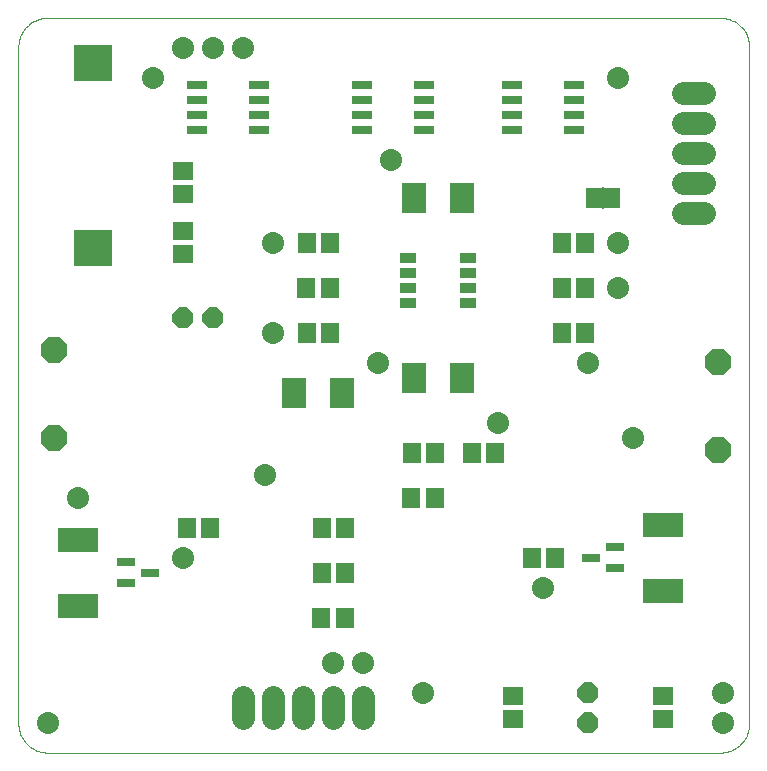
<source format=gts>
G75*
G70*
%OFA0B0*%
%FSLAX24Y24*%
%IPPOS*%
%LPD*%
%AMOC8*
5,1,8,0,0,1.08239X$1,22.5*
%
%ADD10C,0.0000*%
%ADD11R,0.1340X0.0789*%
%ADD12R,0.0592X0.0710*%
%ADD13R,0.0789X0.1025*%
%ADD14OC8,0.0700*%
%ADD15R,0.0710X0.0592*%
%ADD16C,0.0780*%
%ADD17R,0.1260X0.1230*%
%ADD18R,0.0600X0.0300*%
%ADD19R,0.0580X0.0330*%
%ADD20R,0.0680X0.0300*%
%ADD21OC8,0.0892*%
%ADD22R,0.0540X0.0710*%
%ADD23R,0.0060X0.0720*%
%ADD24C,0.0734*%
D10*
X000800Y001164D02*
X000800Y023692D01*
X000802Y023754D01*
X000808Y023815D01*
X000817Y023876D01*
X000831Y023937D01*
X000848Y023996D01*
X000869Y024054D01*
X000894Y024111D01*
X000922Y024166D01*
X000953Y024219D01*
X000988Y024270D01*
X001026Y024319D01*
X001067Y024366D01*
X001110Y024409D01*
X001157Y024450D01*
X001206Y024488D01*
X001257Y024523D01*
X001310Y024554D01*
X001365Y024582D01*
X001422Y024607D01*
X001480Y024628D01*
X001539Y024645D01*
X001600Y024659D01*
X001661Y024668D01*
X001722Y024674D01*
X001784Y024676D01*
X024186Y024676D01*
X024248Y024674D01*
X024309Y024668D01*
X024370Y024659D01*
X024431Y024645D01*
X024490Y024628D01*
X024548Y024607D01*
X024605Y024582D01*
X024660Y024554D01*
X024713Y024523D01*
X024764Y024488D01*
X024813Y024450D01*
X024860Y024409D01*
X024903Y024366D01*
X024944Y024319D01*
X024982Y024270D01*
X025017Y024219D01*
X025048Y024166D01*
X025076Y024111D01*
X025101Y024054D01*
X025122Y023996D01*
X025139Y023937D01*
X025153Y023876D01*
X025162Y023815D01*
X025168Y023754D01*
X025170Y023692D01*
X025170Y001164D01*
X025168Y001102D01*
X025162Y001041D01*
X025153Y000980D01*
X025139Y000919D01*
X025122Y000860D01*
X025101Y000802D01*
X025076Y000745D01*
X025048Y000690D01*
X025017Y000637D01*
X024982Y000586D01*
X024944Y000537D01*
X024903Y000490D01*
X024860Y000447D01*
X024813Y000406D01*
X024764Y000368D01*
X024713Y000333D01*
X024660Y000302D01*
X024605Y000274D01*
X024548Y000249D01*
X024490Y000228D01*
X024431Y000211D01*
X024370Y000197D01*
X024309Y000188D01*
X024248Y000182D01*
X024186Y000180D01*
X001784Y000180D01*
X001722Y000182D01*
X001661Y000188D01*
X001600Y000197D01*
X001539Y000211D01*
X001480Y000228D01*
X001422Y000249D01*
X001365Y000274D01*
X001310Y000302D01*
X001257Y000333D01*
X001206Y000368D01*
X001157Y000406D01*
X001110Y000447D01*
X001067Y000490D01*
X001026Y000537D01*
X000988Y000586D01*
X000953Y000637D01*
X000922Y000690D01*
X000894Y000745D01*
X000869Y000802D01*
X000848Y000860D01*
X000831Y000919D01*
X000817Y000980D01*
X000808Y001041D01*
X000802Y001102D01*
X000800Y001164D01*
D11*
X002800Y005078D03*
X002800Y007282D03*
X022300Y007782D03*
X022300Y005578D03*
D12*
X018674Y006680D03*
X017926Y006680D03*
X014694Y008680D03*
X013906Y008680D03*
X013926Y010180D03*
X014674Y010180D03*
X015926Y010180D03*
X016674Y010180D03*
X018926Y014180D03*
X019674Y014180D03*
X019674Y015680D03*
X018926Y015680D03*
X018926Y017180D03*
X019674Y017180D03*
X011174Y017180D03*
X010426Y017180D03*
X010406Y015680D03*
X011194Y015680D03*
X011174Y014180D03*
X010426Y014180D03*
X010926Y007680D03*
X011674Y007680D03*
X011674Y006180D03*
X010926Y006180D03*
X010906Y004680D03*
X011694Y004680D03*
X007174Y007680D03*
X006426Y007680D03*
D13*
X010003Y012180D03*
X011597Y012180D03*
X014003Y012680D03*
X015597Y012680D03*
X015597Y018680D03*
X014003Y018680D03*
D14*
X007300Y014680D03*
X006300Y014680D03*
X019800Y002180D03*
X019800Y001180D03*
D15*
X017300Y001286D03*
X017300Y002074D03*
X022300Y002074D03*
X022300Y001286D03*
X006300Y016806D03*
X006300Y017554D03*
X006300Y018786D03*
X006300Y019574D03*
D16*
X022950Y019180D02*
X023650Y019180D01*
X023650Y018180D02*
X022950Y018180D01*
X022950Y020180D02*
X023650Y020180D01*
X023650Y021180D02*
X022950Y021180D01*
X022950Y022180D02*
X023650Y022180D01*
X012300Y002030D02*
X012300Y001330D01*
X011300Y001330D02*
X011300Y002030D01*
X010300Y002030D02*
X010300Y001330D01*
X009300Y001330D02*
X009300Y002030D01*
X008300Y002030D02*
X008300Y001330D01*
D17*
X003300Y017000D03*
X003300Y023180D03*
D18*
X004400Y006540D03*
X004400Y005820D03*
X005200Y006180D03*
X019900Y006680D03*
X020700Y006320D03*
X020700Y007040D03*
D19*
X015800Y015180D03*
X015800Y015680D03*
X015800Y016180D03*
X015800Y016680D03*
X013800Y016680D03*
X013800Y016180D03*
X013800Y015680D03*
X013800Y015180D03*
D20*
X014340Y020930D03*
X014340Y021430D03*
X014340Y021930D03*
X014340Y022430D03*
X012260Y022430D03*
X012260Y021930D03*
X012260Y021430D03*
X012260Y020930D03*
X008840Y020930D03*
X008840Y021430D03*
X008840Y021930D03*
X008840Y022430D03*
X006760Y022430D03*
X006760Y021930D03*
X006760Y021430D03*
X006760Y020930D03*
X017260Y020930D03*
X017260Y021430D03*
X017260Y021930D03*
X017260Y022430D03*
X019340Y022430D03*
X019340Y021930D03*
X019340Y021430D03*
X019340Y020930D03*
D21*
X024111Y013204D03*
X024111Y010251D03*
X001989Y010656D03*
X001989Y013609D03*
D22*
X020000Y018680D03*
X020600Y018680D03*
D23*
X020300Y018680D03*
D24*
X020800Y017180D03*
X020800Y015680D03*
X019800Y013180D03*
X021300Y010680D03*
X016800Y011180D03*
X012800Y013180D03*
X009300Y014180D03*
X009300Y017180D03*
X013210Y019930D03*
X008300Y023680D03*
X007300Y023680D03*
X006300Y023680D03*
X005300Y022680D03*
X009030Y009450D03*
X006300Y006680D03*
X002800Y008680D03*
X001800Y001180D03*
X011300Y003180D03*
X012300Y003180D03*
X014300Y002180D03*
X018300Y005680D03*
X024300Y002180D03*
X024300Y001180D03*
X020800Y022680D03*
M02*

</source>
